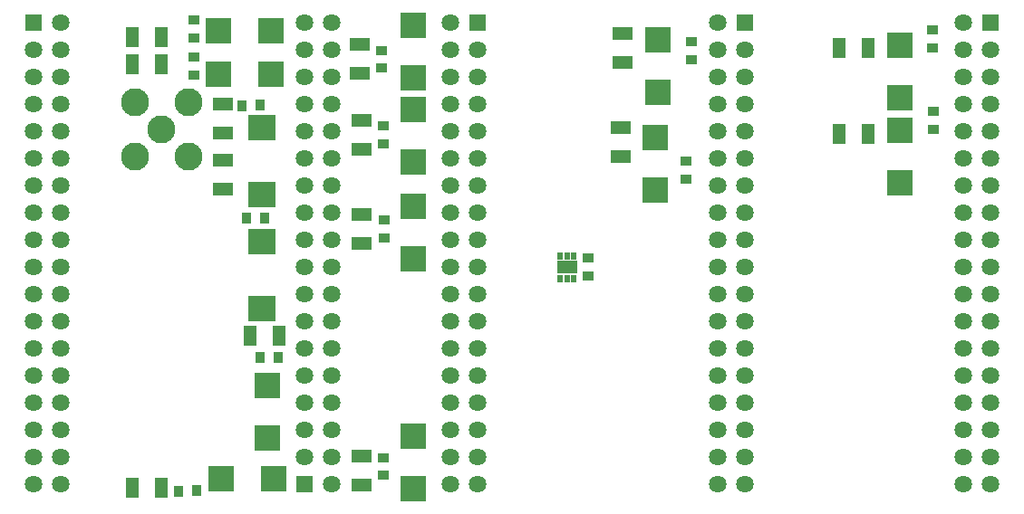
<source format=gts>
G04*
G04 #@! TF.GenerationSoftware,Altium Limited,Altium Designer,22.4.2 (48)*
G04*
G04 Layer_Color=8388736*
%FSLAX25Y25*%
%MOIN*%
G70*
G04*
G04 #@! TF.SameCoordinates,F956CD7A-ACF5-426A-BAEE-EF4E17F90500*
G04*
G04*
G04 #@! TF.FilePolarity,Negative*
G04*
G01*
G75*
%ADD22R,0.10146X0.09752*%
%ADD23R,0.07193X0.04831*%
%ADD24R,0.09358X0.09752*%
%ADD25R,0.04043X0.03650*%
%ADD26R,0.09752X0.09358*%
%ADD27R,0.01878X0.02862*%
%ADD28R,0.04831X0.07193*%
%ADD29R,0.03650X0.04043*%
%ADD30C,0.06406*%
%ADD31R,0.06406X0.06406*%
%ADD32C,0.10343*%
D22*
X-177500Y-80795D02*
D03*
Y-105205D02*
D03*
Y-63205D02*
D03*
Y-38795D02*
D03*
D23*
X-192000Y-30185D02*
D03*
Y-40815D02*
D03*
X-65441Y-90134D02*
D03*
X-192000Y-50685D02*
D03*
Y-61315D02*
D03*
X-45000Y-14815D02*
D03*
Y-4185D02*
D03*
X-141000Y-159685D02*
D03*
Y-170315D02*
D03*
Y-81315D02*
D03*
Y-70685D02*
D03*
Y-46815D02*
D03*
Y-36185D02*
D03*
X-141500Y-8185D02*
D03*
Y-18815D02*
D03*
X-45500Y-38685D02*
D03*
Y-49315D02*
D03*
D24*
X-122000Y-20291D02*
D03*
Y-1000D02*
D03*
Y-171646D02*
D03*
Y-152354D02*
D03*
Y-67854D02*
D03*
Y-87146D02*
D03*
Y-51291D02*
D03*
Y-32000D02*
D03*
X-33000Y-42354D02*
D03*
Y-61646D02*
D03*
X-32000Y-6354D02*
D03*
Y-25646D02*
D03*
X-175500Y-133854D02*
D03*
Y-153146D02*
D03*
X57000Y-39854D02*
D03*
Y-59146D02*
D03*
Y-8354D02*
D03*
Y-27646D02*
D03*
D25*
X-132500Y-79228D02*
D03*
X-132539Y-72693D02*
D03*
X-202539Y807D02*
D03*
X-202500Y-5728D02*
D03*
X-202461Y-19307D02*
D03*
X-202500Y-12772D02*
D03*
X-132961Y-166807D02*
D03*
X-133000Y-160272D02*
D03*
X-133039Y-38193D02*
D03*
X-133000Y-44728D02*
D03*
X-133461Y-16807D02*
D03*
X-133500Y-10272D02*
D03*
X-57539Y-86693D02*
D03*
X-57500Y-93228D02*
D03*
X-21539Y-51193D02*
D03*
X-21500Y-57728D02*
D03*
X-19539Y-7193D02*
D03*
X-19500Y-13728D02*
D03*
X69539Y-39307D02*
D03*
X69500Y-32772D02*
D03*
X69039Y-9307D02*
D03*
X69000Y-2772D02*
D03*
D26*
X-174354Y-3000D02*
D03*
X-193646D02*
D03*
Y-19000D02*
D03*
X-174354D02*
D03*
X-192646Y-168000D02*
D03*
X-173354D02*
D03*
D27*
X-68000Y-94268D02*
D03*
X-65441D02*
D03*
X-62882D02*
D03*
Y-86000D02*
D03*
X-65441D02*
D03*
X-68000D02*
D03*
D28*
X-225315Y-5500D02*
D03*
X-214685D02*
D03*
X-225315Y-15500D02*
D03*
X-214685D02*
D03*
X-225130Y-171500D02*
D03*
X-214500D02*
D03*
X-181815Y-115500D02*
D03*
X-171185D02*
D03*
X34685Y-41000D02*
D03*
X45315D02*
D03*
X34685Y-9500D02*
D03*
X45315D02*
D03*
D29*
X-184807Y-30539D02*
D03*
X-178272Y-30500D02*
D03*
X-183307Y-72039D02*
D03*
X-176772Y-72000D02*
D03*
X-171693Y-123461D02*
D03*
X-178228Y-123500D02*
D03*
X-208307Y-172539D02*
D03*
X-201772Y-172500D02*
D03*
D30*
X-152087Y0D02*
D03*
X-162087D02*
D03*
X-152087Y-10000D02*
D03*
X-162087D02*
D03*
X-152087Y-20000D02*
D03*
X-162087D02*
D03*
X-152087Y-30000D02*
D03*
X-162087D02*
D03*
X-152087Y-40000D02*
D03*
X-162087D02*
D03*
X-152087Y-50000D02*
D03*
X-162087D02*
D03*
X-152087Y-60000D02*
D03*
X-162087D02*
D03*
X-152087Y-70000D02*
D03*
X-162087D02*
D03*
X-152087Y-80000D02*
D03*
X-162087D02*
D03*
X-152087Y-90000D02*
D03*
X-162087D02*
D03*
X-152087Y-100000D02*
D03*
X-162087D02*
D03*
X-152087Y-110000D02*
D03*
X-162087D02*
D03*
X-152087Y-120000D02*
D03*
X-162087D02*
D03*
X-152087Y-130000D02*
D03*
X-162087D02*
D03*
X-152087Y-140000D02*
D03*
X-162087D02*
D03*
X-152087Y-150000D02*
D03*
X-162087D02*
D03*
X-152087Y-160000D02*
D03*
X-162087D02*
D03*
X-152087Y-170000D02*
D03*
X80551Y0D02*
D03*
Y-10000D02*
D03*
Y-20000D02*
D03*
X-261772Y-160000D02*
D03*
X-251772D02*
D03*
X-261772Y-170000D02*
D03*
X-251772D02*
D03*
X80551D02*
D03*
X90551D02*
D03*
X80551Y-160000D02*
D03*
X90551Y-130000D02*
D03*
X80551Y-90000D02*
D03*
X90551Y-70000D02*
D03*
Y-50000D02*
D03*
Y-40000D02*
D03*
Y-30000D02*
D03*
Y-20000D02*
D03*
Y-10000D02*
D03*
X-98425Y-90000D02*
D03*
X-108425D02*
D03*
X-98425Y-100000D02*
D03*
Y-110000D02*
D03*
Y-120000D02*
D03*
Y-130000D02*
D03*
Y-140000D02*
D03*
Y-150000D02*
D03*
Y-160000D02*
D03*
Y-170000D02*
D03*
X0Y-10000D02*
D03*
Y-20000D02*
D03*
Y-30000D02*
D03*
Y-40000D02*
D03*
Y-50000D02*
D03*
Y-60000D02*
D03*
Y-70000D02*
D03*
Y-80000D02*
D03*
Y-90000D02*
D03*
Y-100000D02*
D03*
Y-110000D02*
D03*
Y-120000D02*
D03*
Y-130000D02*
D03*
X-10000D02*
D03*
X0Y-140000D02*
D03*
Y-150000D02*
D03*
Y-160000D02*
D03*
Y-170000D02*
D03*
X-261772Y-120000D02*
D03*
X-251772D02*
D03*
X-261772Y-130000D02*
D03*
X-251772D02*
D03*
X80551Y-30000D02*
D03*
Y-40000D02*
D03*
Y-50000D02*
D03*
X90551Y-60000D02*
D03*
X80551D02*
D03*
Y-70000D02*
D03*
X90551Y-80000D02*
D03*
X80551D02*
D03*
X90551Y-90000D02*
D03*
Y-100000D02*
D03*
X80551D02*
D03*
X90551Y-110000D02*
D03*
X80551D02*
D03*
X90551Y-120000D02*
D03*
X80551D02*
D03*
Y-130000D02*
D03*
X90551Y-140000D02*
D03*
X80551D02*
D03*
X90551Y-150000D02*
D03*
X80551D02*
D03*
X90551Y-160000D02*
D03*
X-10000Y-170000D02*
D03*
Y-160000D02*
D03*
Y-150000D02*
D03*
Y-140000D02*
D03*
Y-120000D02*
D03*
Y-110000D02*
D03*
Y-100000D02*
D03*
Y-90000D02*
D03*
Y-80000D02*
D03*
Y-70000D02*
D03*
Y-60000D02*
D03*
Y-50000D02*
D03*
Y-40000D02*
D03*
Y-30000D02*
D03*
Y-20000D02*
D03*
Y-10000D02*
D03*
Y0D02*
D03*
X-108425Y-170000D02*
D03*
Y-160000D02*
D03*
Y-150000D02*
D03*
Y-140000D02*
D03*
Y-130000D02*
D03*
Y-120000D02*
D03*
Y-110000D02*
D03*
Y-100000D02*
D03*
Y-80000D02*
D03*
X-98425D02*
D03*
X-108425Y-70000D02*
D03*
X-98425D02*
D03*
X-108425Y-60000D02*
D03*
X-98425D02*
D03*
X-108425Y-50000D02*
D03*
X-98425D02*
D03*
X-108425Y-40000D02*
D03*
X-98425D02*
D03*
X-108425Y-30000D02*
D03*
X-98425D02*
D03*
X-108425Y-20000D02*
D03*
X-98425D02*
D03*
X-108425Y-10000D02*
D03*
X-98425D02*
D03*
X-108425Y0D02*
D03*
X-251772Y-150000D02*
D03*
X-261772D02*
D03*
X-251772Y-140000D02*
D03*
X-261772D02*
D03*
X-251772Y-110000D02*
D03*
X-261772D02*
D03*
X-251772Y-100000D02*
D03*
X-261772D02*
D03*
X-251772Y-90000D02*
D03*
X-261772D02*
D03*
X-251772Y-80000D02*
D03*
X-261772D02*
D03*
X-251772Y-70000D02*
D03*
X-261772D02*
D03*
X-251772Y-60000D02*
D03*
X-261772D02*
D03*
X-251772Y-50000D02*
D03*
X-261772D02*
D03*
X-251772Y-40000D02*
D03*
X-261772D02*
D03*
X-251772Y-30000D02*
D03*
X-261772D02*
D03*
X-251772Y-20000D02*
D03*
X-261772D02*
D03*
X-251772Y-10000D02*
D03*
X-261772D02*
D03*
X-251772Y0D02*
D03*
D31*
X-162087Y-170000D02*
D03*
X90551Y0D02*
D03*
X0D02*
D03*
X-98425D02*
D03*
X-261772D02*
D03*
D32*
X-204724Y-29528D02*
D03*
X-224410D02*
D03*
Y-49213D02*
D03*
X-204724D02*
D03*
X-214567Y-39370D02*
D03*
M02*

</source>
